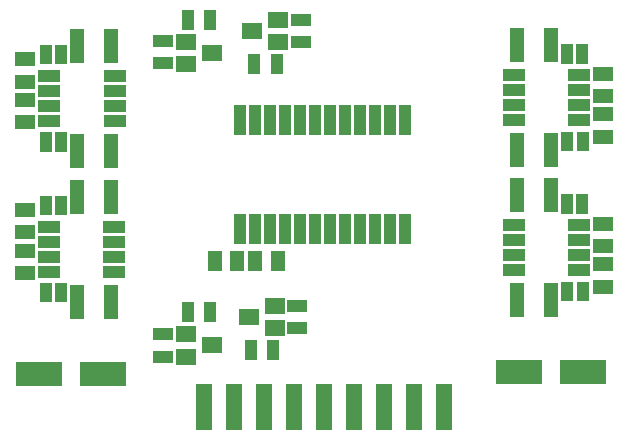
<source format=gbr>
G04 #@! TF.FileFunction,Soldermask,Top*
%FSLAX46Y46*%
G04 Gerber Fmt 4.6, Leading zero omitted, Abs format (unit mm)*
G04 Created by KiCad (PCBNEW 4.0.4-stable) date 12/08/16 20:58:41*
%MOMM*%
%LPD*%
G01*
G04 APERTURE LIST*
%ADD10C,0.100000*%
%ADD11R,1.400000X3.900000*%
%ADD12R,3.900000X2.000000*%
%ADD13R,1.300000X2.900000*%
%ADD14R,1.700000X1.100000*%
%ADD15R,1.100000X1.700000*%
%ADD16R,1.800000X1.400000*%
%ADD17R,1.000000X0.950000*%
%ADD18R,1.000000X2.600000*%
%ADD19R,1.700000X1.300000*%
%ADD20R,1.300000X1.700000*%
%ADD21R,1.870000X1.050000*%
G04 APERTURE END LIST*
D10*
D11*
X86840000Y-115000000D03*
X89380000Y-115000000D03*
X91920000Y-115000000D03*
X94460000Y-115000000D03*
X97000000Y-115000000D03*
X99540000Y-115000000D03*
X102080000Y-115000000D03*
X104620000Y-115000000D03*
X107160000Y-115000000D03*
X107160000Y-115000000D03*
X104620000Y-115000000D03*
X102080000Y-115000000D03*
X99540000Y-115000000D03*
X97000000Y-115000000D03*
X94460000Y-115000000D03*
X91920000Y-115000000D03*
X89380000Y-115000000D03*
X86840000Y-115000000D03*
D12*
X113500000Y-112000000D03*
X118900000Y-112000000D03*
X78300000Y-112200000D03*
X72900000Y-112200000D03*
D13*
X78983268Y-106031844D03*
X76083268Y-106031844D03*
X78983268Y-97141844D03*
X76083268Y-97141844D03*
X79010434Y-93275944D03*
X76110434Y-93275944D03*
X79010434Y-84385944D03*
X76110434Y-84385944D03*
X113358000Y-84328000D03*
X116258000Y-84328000D03*
X113358000Y-93218000D03*
X116258000Y-93218000D03*
X113358000Y-97028000D03*
X116258000Y-97028000D03*
X113358000Y-105918000D03*
X116258000Y-105918000D03*
D14*
X95093654Y-84074874D03*
X95093654Y-82174874D03*
D15*
X92995654Y-85918874D03*
X91095654Y-85918874D03*
D14*
X83355647Y-83970559D03*
X83355647Y-85870559D03*
D15*
X85453647Y-82192559D03*
X87353647Y-82192559D03*
D14*
X94723444Y-108278058D03*
X94723444Y-106378058D03*
D15*
X92691444Y-110122058D03*
X90791444Y-110122058D03*
D14*
X83363467Y-108803357D03*
X83363467Y-110703357D03*
D15*
X85461467Y-106959357D03*
X87361467Y-106959357D03*
D16*
X93145654Y-84074874D03*
X93145654Y-82174874D03*
X90945654Y-83124874D03*
X85303647Y-84036559D03*
X85303647Y-85936559D03*
X87503647Y-84986559D03*
X92859444Y-108278058D03*
X92859444Y-106378058D03*
X90659444Y-107328058D03*
X85311467Y-108803357D03*
X85311467Y-110703357D03*
X87511467Y-109753357D03*
D17*
X118900000Y-104800000D03*
X118900000Y-105600000D03*
X118872000Y-98190000D03*
X118872000Y-97390000D03*
X118900000Y-92100000D03*
X118900000Y-92900000D03*
X118872000Y-85490000D03*
X118872000Y-84690000D03*
X117600000Y-105600000D03*
X117600000Y-104800000D03*
X117602000Y-97390000D03*
X117602000Y-98190000D03*
X117600000Y-92900000D03*
X117600000Y-92100000D03*
X117602000Y-84690000D03*
X117602000Y-85490000D03*
X73500000Y-85500000D03*
X73500000Y-84700000D03*
X73496434Y-92113944D03*
X73496434Y-92913944D03*
X73500000Y-98300000D03*
X73500000Y-97500000D03*
X73469268Y-104869844D03*
X73469268Y-105669844D03*
X74700000Y-84700000D03*
X74700000Y-85500000D03*
X74766434Y-92913944D03*
X74766434Y-92113944D03*
X74700000Y-97500000D03*
X74700000Y-98300000D03*
X74739268Y-105669844D03*
X74739268Y-104869844D03*
D18*
X89858000Y-90678000D03*
X89858000Y-99878000D03*
X91128000Y-90678000D03*
X91128000Y-99878000D03*
X92398000Y-90678000D03*
X92398000Y-99878000D03*
X93668000Y-90678000D03*
X93668000Y-99878000D03*
X94938000Y-90678000D03*
X94938000Y-99878000D03*
X96208000Y-90678000D03*
X96208000Y-99878000D03*
X97478000Y-90678000D03*
X97478000Y-99878000D03*
X98748000Y-90678000D03*
X98748000Y-99878000D03*
X100018000Y-90678000D03*
X100018000Y-99878000D03*
X101288000Y-90678000D03*
X101288000Y-99878000D03*
X102558000Y-90678000D03*
X102558000Y-99878000D03*
X103828000Y-90678000D03*
X103828000Y-99878000D03*
D19*
X120650000Y-102886000D03*
X120650000Y-104786000D03*
X120650000Y-101330000D03*
X120650000Y-99430000D03*
X120650000Y-90186000D03*
X120650000Y-92086000D03*
X120650000Y-88630000D03*
X120650000Y-86730000D03*
X71718434Y-87417944D03*
X71718434Y-85517944D03*
X71718434Y-88973944D03*
X71718434Y-90873944D03*
D20*
X89646000Y-102616000D03*
X87746000Y-102616000D03*
X91202000Y-102616000D03*
X93102000Y-102616000D03*
D19*
X71691268Y-100173844D03*
X71691268Y-98273844D03*
X71691268Y-101729844D03*
X71691268Y-103629844D03*
D21*
X113088000Y-99568000D03*
X113088000Y-100838000D03*
X113088000Y-102108000D03*
X113088000Y-103378000D03*
X118618000Y-103378000D03*
X118618000Y-102108000D03*
X118618000Y-100838000D03*
X118618000Y-99568000D03*
X113088000Y-86868000D03*
X113088000Y-88138000D03*
X113088000Y-89408000D03*
X113088000Y-90678000D03*
X118618000Y-90678000D03*
X118618000Y-89408000D03*
X118618000Y-88138000D03*
X118618000Y-86868000D03*
X79280434Y-90735944D03*
X79280434Y-89465944D03*
X79280434Y-88195944D03*
X79280434Y-86925944D03*
X73750434Y-86925944D03*
X73750434Y-88195944D03*
X73750434Y-89465944D03*
X73750434Y-90735944D03*
X79253268Y-103491844D03*
X79253268Y-102221844D03*
X79253268Y-100951844D03*
X79253268Y-99681844D03*
X73723268Y-99681844D03*
X73723268Y-100951844D03*
X73723268Y-102221844D03*
X73723268Y-103491844D03*
M02*

</source>
